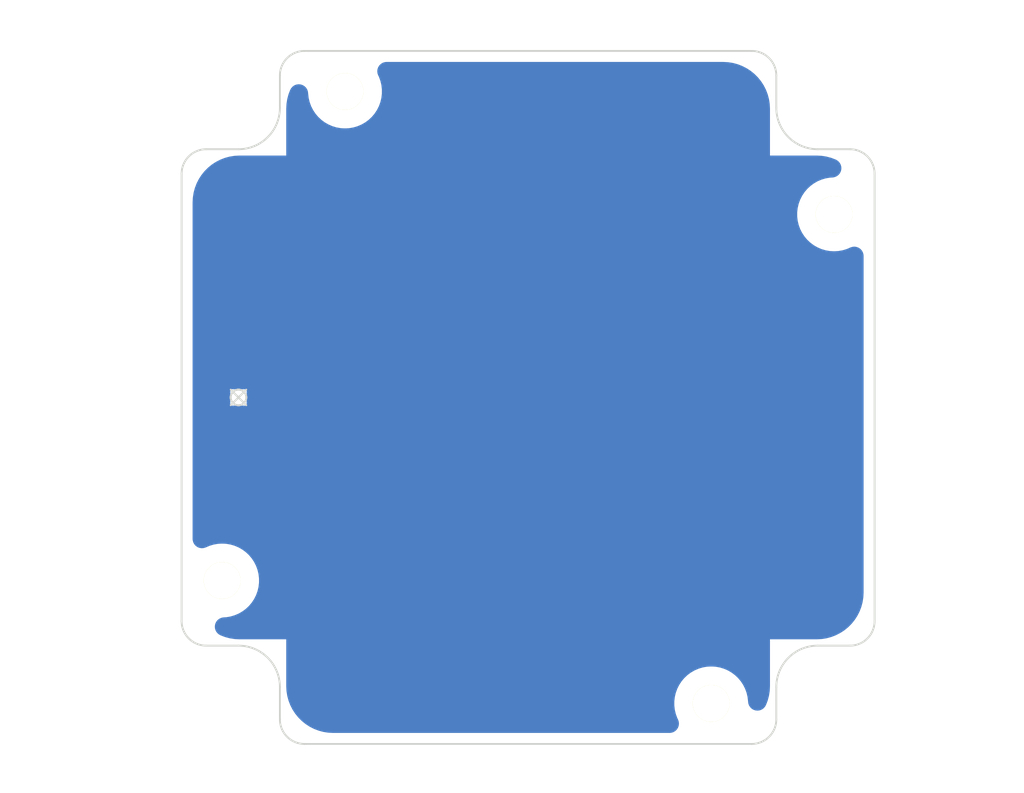
<source format=kicad_pcb>
(kicad_pcb (version 20221018) (generator pcbnew)
  (layers (0 "F.Cu" signal) (31 "B.Cu" signal) (35 "F.Paste" user) (37 "F.SilkS" user "F.Silkscreen") (39 "F.Mask" user) (44 "Edge.Cuts" user))
  (net 0 "")
  (footprint "ownCloud:3mm_NPTH" (layer "F.Cu") (at 152.73 110.02)
    (fp_text reference "REF**" hide)
    (fp_text value "3mm_NPTH" hide)
    (pad "" np_thru_hole circle (at 0 0) (size 3 3) (drill 3) (layers "*.Cu" "*.Mask" "F.SilkS") (clearance 1.5))
  )
  (footprint "ownCloud:3mm_NPTH" (layer "F.Cu") (at 142.73 149.82)
    (fp_text reference "REF**" hide)
    (fp_text value "3mm_NPTH" hide)
    (pad "" np_thru_hole circle (at 0 0) (size 3 3) (drill 3) (layers "*.Cu" "*.Mask" "F.SilkS") (clearance 1.5))
  )
  (footprint "ownCloud:3mm_NPTH" (layer "F.Cu") (at 182.53 159.82)
    (fp_text reference "REF**" hide)
    (fp_text value "3mm_NPTH" hide)
    (pad "" np_thru_hole circle (at 0 0) (size 3 3) (drill 3) (layers "*.Cu" "*.Mask" "F.SilkS") (clearance 1.5))
  )
  (footprint "ownCloud:3mm_NPTH" (layer "F.Cu") (at 192.53 120.02)
    (fp_text reference "REF**" hide)
    (fp_text value "3mm_NPTH" hide)
    (pad "" np_thru_hole circle (at 0 0) (size 3 3) (drill 3) (layers "*.Cu" "*.Mask" "F.SilkS") (clearance 1.5))
  )
  (gr_arc (start 144.06 155.12) (mid 146.44295 156.10705) (end 147.43 158.49) (stroke (width 0.15)) (layer "Edge.Cuts"))
  (gr_line (start 141.44 155.12) (end 144.06 155.12) (stroke (width 0.15)) (layer "Edge.Cuts"))
  (gr_arc (start 187.83 161.12) (mid 187.244214 162.534214) (end 185.83 163.12) (stroke (width 0.15)) (layer "Edge.Cuts"))
  (gr_line (start 193.83 114.72) (end 191.2 114.72) (stroke (width 0.15)) (layer "Edge.Cuts"))
  (gr_arc (start 191.2 114.72) (mid 188.81705 113.73295) (end 187.83 111.35) (stroke (width 0.15)) (layer "Edge.Cuts"))
  (gr_line (start 141.43 114.72) (end 144.06 114.72) (stroke (width 0.15)) (layer "Edge.Cuts"))
  (gr_line (start 147.43 111.35) (end 147.43 108.73) (stroke (width 0.15)) (layer "Edge.Cuts"))
  (gr_arc (start 149.43 163.12) (mid 148.015786 162.534214) (end 147.43 161.12) (stroke (width 0.15)) (layer "Edge.Cuts"))
  (gr_line (start 191.2 155.12) (end 193.83 155.12) (stroke (width 0.15)) (layer "Edge.Cuts"))
  (gr_arc (start 147.43 108.72) (mid 148.015786 107.305786) (end 149.43 106.72) (stroke (width 0.15)) (layer "Edge.Cuts"))
  (gr_arc (start 185.83 106.72) (mid 187.244214 107.305786) (end 187.83 108.72) (stroke (width 0.15)) (layer "Edge.Cuts"))
  (gr_line (start 149.44 106.72) (end 185.83 106.72) (stroke (width 0.15)) (layer "Edge.Cuts"))
  (gr_arc (start 147.43 111.35) (mid 146.44295 113.73295) (end 144.06 114.72) (stroke (width 0.15)) (layer "Edge.Cuts"))
  (gr_arc (start 187.83 158.49) (mid 188.81705 156.10705) (end 191.2 155.12) (stroke (width 0.15)) (layer "Edge.Cuts"))
  (gr_arc (start 195.83 153.12) (mid 195.244214 154.534214) (end 193.83 155.12) (stroke (width 0.15)) (layer "Edge.Cuts"))
  (gr_arc (start 141.43 155.12) (mid 140.015786 154.534214) (end 139.43 153.12) (stroke (width 0.15)) (layer "Edge.Cuts"))
  (gr_line (start 147.43 158.49) (end 147.43 161.12) (stroke (width 0.15)) (layer "Edge.Cuts"))
  (gr_line (start 139.43 116.71) (end 139.43 153.13) (stroke (width 0.15)) (layer "Edge.Cuts"))
  (gr_line (start 195.83 153.11) (end 195.83 116.73) (stroke (width 0.15)) (layer "Edge.Cuts"))
  (gr_arc (start 139.43 116.72) (mid 140.015786 115.305786) (end 141.43 114.72) (stroke (width 0.15)) (layer "Edge.Cuts"))
  (gr_line (start 187.83 111.35) (end 187.83 108.72) (stroke (width 0.15)) (layer "Edge.Cuts"))
  (gr_line (start 187.83 161.11) (end 187.83 158.49) (stroke (width 0.15)) (layer "Edge.Cuts"))
  (gr_line (start 149.44 163.12) (end 185.82 163.12) (stroke (width 0.15)) (layer "Edge.Cuts"))
  (gr_arc (start 193.83 114.72) (mid 195.244214 115.305786) (end 195.83 116.72) (stroke (width 0.15)) (layer "Edge.Cuts"))
  (target plus (at 152.73 110.02) (size 0) (width 0.15) (layer "Edge.Cuts"))
  (target x (at 144.06 134.92) (size 1.27) (width 0.1524) (layer "Edge.Cuts"))
  (zone (net 0) (net_name "") (layer "B.Cu") (connect_pads (clearance 1.524)) (min_thickness 1.524) (fill yes (thermal_gap 2.032) (thermal_bridge_width 2.032) (smoothing fillet) (radius 6.35))
    (polygon (pts (xy 187.315 115.235) (xy 194.935 115.235) (xy 194.935 154.605) (xy 187.315 154.605) (xy 187.315 162.225) (xy 147.945 162.225) (xy 147.945 154.605) (xy 140.325 154.605) (xy 140.325 115.235) (xy 147.945 115.235) (xy 147.945 107.615) (xy 187.315 107.615)))
  )
)
</source>
